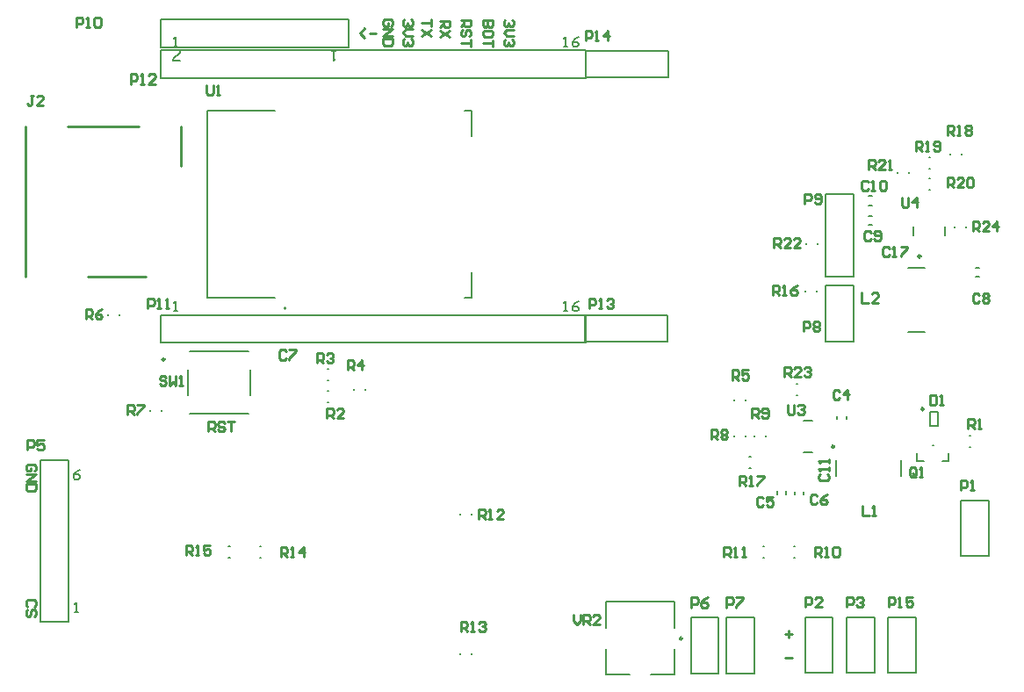
<source format=gto>
G04*
G04 #@! TF.GenerationSoftware,Altium Limited,Altium Designer,23.10.1 (27)*
G04*
G04 Layer_Color=65535*
%FSLAX44Y44*%
%MOMM*%
G71*
G04*
G04 #@! TF.SameCoordinates,312DE8FD-0999-4980-B1F4-3DF31CF03A3F*
G04*
G04*
G04 #@! TF.FilePolarity,Positive*
G04*
G01*
G75*
%ADD10C,0.2500*%
%ADD11C,0.2000*%
%ADD12C,0.2540*%
%ADD13C,0.1270*%
%ADD14C,0.1524*%
D10*
X1468250Y915000D02*
G03*
X1468250Y915000I-1250J0D01*
G01*
X1471100Y767650D02*
G03*
X1471100Y767650I-1250J0D01*
G01*
X1384750Y731500D02*
G03*
X1384750Y731500I-1250J0D01*
G01*
X1238250Y546400D02*
G03*
X1238250Y546400I-1250J0D01*
G01*
X739250Y815500D02*
G03*
X739250Y815500I-1250J0D01*
G01*
D11*
X856100Y865000D02*
G03*
X856100Y865000I-1000J0D01*
G01*
X1448790Y702962D02*
Y718462D01*
X1386790Y702962D02*
Y718462D01*
X1348489Y781396D02*
X1349489D01*
X1348489Y792396D02*
X1349489D01*
X1329978Y685410D02*
Y688410D01*
X1338477Y685410D02*
Y688410D01*
X1456166Y842057D02*
X1471666D01*
X1456166Y904056D02*
X1471666D01*
X932500Y786000D02*
Y787000D01*
X921500Y786000D02*
Y787000D01*
X896000Y806500D02*
X897000D01*
X896000Y795500D02*
X897000D01*
X896000Y774500D02*
X897000D01*
X896000Y785500D02*
X897000D01*
X1144200Y832300D02*
X1224200D01*
Y857700D01*
X1144200D02*
X1224200D01*
X1144200Y832300D02*
Y857700D01*
X735800Y1143450D02*
X916600D01*
Y1116550D02*
Y1143450D01*
X735800Y1116550D02*
X916600D01*
X735800D02*
Y1143450D01*
X1144800Y1086550D02*
Y1113450D01*
X735400D02*
X1144800D01*
X735400Y1086550D02*
Y1113450D01*
Y1086550D02*
X1144800D01*
X1376550Y886900D02*
X1403450D01*
X1376550Y833100D02*
Y886900D01*
Y833100D02*
X1403450D01*
Y886900D01*
X1356500Y881000D02*
Y882000D01*
X1367500Y881000D02*
Y882000D01*
X1368500Y926500D02*
Y927500D01*
X1357500Y926500D02*
Y927500D01*
X1403450Y895400D02*
Y974600D01*
X1376550Y895400D02*
X1403450D01*
X1376550D02*
Y974600D01*
X1403450D01*
X1507500Y1013000D02*
Y1014000D01*
X1496500Y1013000D02*
Y1014000D01*
X1476500Y1010500D02*
X1477500D01*
X1476500Y999500D02*
X1477500D01*
X1511500Y943000D02*
Y944000D01*
X1500500Y943000D02*
Y944000D01*
X1491750Y935250D02*
Y943750D01*
X1461250Y935250D02*
Y943750D01*
X1476499Y990504D02*
X1477499D01*
X1476499Y979504D02*
X1477499D01*
X1445500Y995000D02*
Y996000D01*
X1456500Y995000D02*
Y996000D01*
X1521261Y903969D02*
X1524261D01*
X1521261Y895469D02*
X1524261D01*
X1418000Y945350D02*
X1421000D01*
X1418000Y953850D02*
X1421000D01*
X1418000Y964350D02*
X1421000D01*
X1418000Y972850D02*
X1421000D01*
X1477000Y764750D02*
X1485000D01*
X1477000Y751250D02*
X1485000D01*
X1477000D02*
Y764750D01*
X1485000Y751250D02*
Y764750D01*
X1515000Y742500D02*
X1516000D01*
X1515000Y731500D02*
X1516000D01*
X1495200Y717400D02*
Y725250D01*
X1464800Y717400D02*
X1471250D01*
X1488750D02*
X1495200D01*
X1464800D02*
Y725250D01*
X1479250Y732600D02*
X1480750D01*
X1299500Y776000D02*
Y777000D01*
X1288500Y776000D02*
Y777000D01*
X1299500Y741000D02*
Y742000D01*
X1288500Y741000D02*
Y742000D01*
X1318500Y741000D02*
Y742000D01*
X1307500Y741000D02*
Y742000D01*
X1354750Y756250D02*
X1363250D01*
X1354750Y725750D02*
X1363250D01*
X1387750Y758000D02*
Y761000D01*
X1396250Y758000D02*
Y761000D01*
X1355564Y685204D02*
Y688204D01*
X1347063Y685204D02*
Y688204D01*
X1303000Y721500D02*
X1304000D01*
X1303000Y710500D02*
X1304000D01*
X1316000Y635500D02*
X1317000D01*
X1316000Y624500D02*
X1317000D01*
X1346000Y624500D02*
X1347000D01*
X1346000Y635500D02*
X1347000D01*
X1165000Y581700D02*
X1231000D01*
Y556650D02*
Y581700D01*
Y511800D02*
Y536150D01*
X1165000Y511800D02*
Y536150D01*
Y556650D02*
Y581700D01*
X1208250Y511800D02*
X1231000D01*
X1165000D02*
X1187750D01*
X1035500Y666000D02*
Y667000D01*
X1024500Y666000D02*
Y667000D01*
X831000Y624500D02*
X832000D01*
X831000Y635500D02*
X832000D01*
X801000Y635500D02*
X802000D01*
X801000Y624500D02*
X802000D01*
X736500Y766000D02*
Y767000D01*
X725500Y766000D02*
Y767000D01*
X763750Y823000D02*
X820250D01*
X822000Y780750D02*
Y805250D01*
X763750Y763000D02*
X820250D01*
X762000Y780750D02*
Y805250D01*
X1144900Y831550D02*
Y858450D01*
X735500D02*
X1144900D01*
X735500Y831550D02*
Y858450D01*
Y831550D02*
X1144900D01*
X695500Y858000D02*
Y859000D01*
X684500Y858000D02*
Y859000D01*
X1463450Y513100D02*
Y566900D01*
X1436550Y513100D02*
X1463450D01*
X1436550D02*
Y566900D01*
X1463450D01*
X1224800Y1087300D02*
Y1112700D01*
X1144800Y1087300D02*
X1224800D01*
X1144800D02*
Y1112700D01*
X1224800D01*
X619550Y718400D02*
X646450D01*
X619550Y563000D02*
Y718400D01*
Y563000D02*
X646450D01*
Y718400D01*
X1280550Y512800D02*
Y566600D01*
X1307450D01*
Y512800D02*
Y566600D01*
X1280550Y512800D02*
X1307450D01*
X1273450D02*
Y566600D01*
X1246550Y512800D02*
X1273450D01*
X1246550D02*
Y566600D01*
X1273450D01*
X1423450Y513100D02*
Y566900D01*
X1396550Y513100D02*
X1423450D01*
X1396550D02*
Y566900D01*
X1423450D01*
X1383450Y513100D02*
Y566900D01*
X1356550Y513100D02*
X1383450D01*
X1356550D02*
Y566900D01*
X1383450D01*
X1533450Y625800D02*
Y679600D01*
X1506550Y625800D02*
X1533450D01*
X1506550D02*
Y679600D01*
X1533450D01*
X1024500Y531000D02*
Y532000D01*
X1035500Y531000D02*
Y532000D01*
D12*
X755260Y1002450D02*
Y1040500D01*
X664940Y895500D02*
X720980D01*
X645960Y1040500D02*
X714040D01*
X605260Y895500D02*
Y1040500D01*
X1412080Y674091D02*
Y664696D01*
X1418343D01*
X1421475D02*
X1424606D01*
X1423041D01*
Y674091D01*
X1421475Y672525D01*
X1420007Y938027D02*
X1418441Y939593D01*
X1415310D01*
X1413744Y938027D01*
Y931764D01*
X1415310Y930198D01*
X1418441D01*
X1420007Y931764D01*
X1423139D02*
X1424705Y930198D01*
X1427836D01*
X1429402Y931764D01*
Y938027D01*
X1427836Y939593D01*
X1424705D01*
X1423139Y938027D01*
Y936461D01*
X1424705Y934895D01*
X1429402D01*
X1336850Y798855D02*
Y808250D01*
X1341547D01*
X1343113Y806684D01*
Y803552D01*
X1341547Y801987D01*
X1336850D01*
X1339981D02*
X1343113Y798855D01*
X1352508D02*
X1346245D01*
X1352508Y805118D01*
Y806684D01*
X1350942Y808250D01*
X1347810D01*
X1346245Y806684D01*
X1355639D02*
X1357205Y808250D01*
X1360337D01*
X1361903Y806684D01*
Y805118D01*
X1360337Y803552D01*
X1358771D01*
X1360337D01*
X1361903Y801987D01*
Y800421D01*
X1360337Y798855D01*
X1357205D01*
X1355639Y800421D01*
X1316284Y681620D02*
X1314719Y683186D01*
X1311587D01*
X1310021Y681620D01*
Y675357D01*
X1311587Y673791D01*
X1314719D01*
X1316284Y675357D01*
X1325679Y683186D02*
X1319416D01*
Y678488D01*
X1322548Y680054D01*
X1324114D01*
X1325679Y678488D01*
Y675357D01*
X1324114Y673791D01*
X1320982D01*
X1319416Y675357D01*
X781236Y746076D02*
Y755471D01*
X785934D01*
X787500Y753905D01*
Y750774D01*
X785934Y749208D01*
X781236D01*
X784368D02*
X787500Y746076D01*
X796895Y753905D02*
X795329Y755471D01*
X792197D01*
X790631Y753905D01*
Y752339D01*
X792197Y750774D01*
X795329D01*
X796895Y749208D01*
Y747642D01*
X795329Y746076D01*
X792197D01*
X790631Y747642D01*
X800026Y755471D02*
X806290D01*
X803158D01*
Y746076D01*
X957607Y1137070D02*
X959173Y1138636D01*
Y1141768D01*
X957607Y1143334D01*
X951344D01*
X949778Y1141768D01*
Y1138636D01*
X951344Y1137070D01*
X954476D01*
Y1140202D01*
X949778Y1133939D02*
X959173D01*
X949778Y1127675D01*
X959173D01*
Y1124544D02*
X949778D01*
Y1119846D01*
X951344Y1118280D01*
X957607D01*
X959173Y1119846D01*
Y1124544D01*
X1073922Y1143000D02*
X1075488Y1141434D01*
Y1138303D01*
X1073922Y1136737D01*
X1072356D01*
X1070790Y1138303D01*
Y1139868D01*
Y1138303D01*
X1069224Y1136737D01*
X1067659D01*
X1066093Y1138303D01*
Y1141434D01*
X1067659Y1143000D01*
X1075488Y1133605D02*
X1069224D01*
X1066093Y1130473D01*
X1069224Y1127342D01*
X1075488D01*
X1073922Y1124210D02*
X1075488Y1122644D01*
Y1119513D01*
X1073922Y1117947D01*
X1072356D01*
X1070790Y1119513D01*
Y1121079D01*
Y1119513D01*
X1069224Y1117947D01*
X1067659D01*
X1066093Y1119513D01*
Y1122644D01*
X1067659Y1124210D01*
X1337540Y527540D02*
X1343803D01*
X1337540Y550672D02*
X1343803D01*
X1340672Y553803D02*
Y547540D01*
X613304Y577372D02*
X614870Y578938D01*
Y582070D01*
X613304Y583636D01*
X607041D01*
X605475Y582070D01*
Y578938D01*
X607041Y577372D01*
X613304Y567977D02*
X614870Y569543D01*
Y572675D01*
X613304Y574241D01*
X611739D01*
X610173Y572675D01*
Y569543D01*
X608607Y567977D01*
X607041D01*
X605475Y569543D01*
Y572675D01*
X607041Y574241D01*
X613304Y707896D02*
X614870Y709462D01*
Y712593D01*
X613304Y714159D01*
X607041D01*
X605475Y712593D01*
Y709462D01*
X607041Y707896D01*
X610173D01*
Y711028D01*
X605475Y704764D02*
X614870D01*
X605475Y698501D01*
X614870D01*
Y695369D02*
X605475D01*
Y690672D01*
X607041Y689106D01*
X613304D01*
X614870Y690672D01*
Y695369D01*
X932237Y1125540D02*
X927540Y1130238D01*
X932237Y1134935D01*
X936935Y1130238D02*
X943198D01*
X976527Y1143334D02*
X978093Y1141768D01*
Y1138636D01*
X976527Y1137070D01*
X974961D01*
X973395Y1138636D01*
Y1140202D01*
Y1138636D01*
X971829Y1137070D01*
X970264D01*
X968698Y1138636D01*
Y1141768D01*
X970264Y1143334D01*
X978093Y1133939D02*
X971829D01*
X968698Y1130807D01*
X971829Y1127675D01*
X978093D01*
X976527Y1124544D02*
X978093Y1122978D01*
Y1119846D01*
X976527Y1118280D01*
X974961D01*
X973395Y1119846D01*
Y1121412D01*
Y1119846D01*
X971829Y1118280D01*
X970264D01*
X968698Y1119846D01*
Y1122978D01*
X970264Y1124544D01*
X995899Y1143055D02*
Y1136792D01*
Y1139924D01*
X986504D01*
X995899Y1133660D02*
X986504Y1127397D01*
X995899D02*
X986504Y1133660D01*
X1004867Y1141942D02*
X1014262D01*
Y1137245D01*
X1012696Y1135679D01*
X1009565D01*
X1007999Y1137245D01*
Y1141942D01*
Y1138811D02*
X1004867Y1135679D01*
X1014262Y1132548D02*
X1004867Y1126284D01*
X1014262D02*
X1004867Y1132548D01*
X1055264Y1142237D02*
X1045869D01*
Y1137540D01*
X1047434Y1135974D01*
X1049000D01*
X1050566Y1137540D01*
Y1142237D01*
Y1137540D01*
X1052132Y1135974D01*
X1053698D01*
X1055264Y1137540D01*
Y1142237D01*
Y1128145D02*
Y1131276D01*
X1053698Y1132842D01*
X1047434D01*
X1045869Y1131276D01*
Y1128145D01*
X1047434Y1126579D01*
X1053698D01*
X1055264Y1128145D01*
Y1123447D02*
Y1117184D01*
Y1120315D01*
X1045869D01*
X1024690Y1142618D02*
X1034085D01*
Y1137921D01*
X1032520Y1136355D01*
X1029388D01*
X1027822Y1137921D01*
Y1142618D01*
Y1139487D02*
X1024690Y1136355D01*
X1032520Y1126960D02*
X1034085Y1128526D01*
Y1131658D01*
X1032520Y1133223D01*
X1030954D01*
X1029388Y1131658D01*
Y1128526D01*
X1027822Y1126960D01*
X1026256D01*
X1024690Y1128526D01*
Y1131658D01*
X1026256Y1133223D01*
X1034085Y1123829D02*
Y1117565D01*
Y1120697D01*
X1024690D01*
X1518286Y939179D02*
Y948574D01*
X1522983D01*
X1524549Y947008D01*
Y943876D01*
X1522983Y942310D01*
X1518286D01*
X1521417D02*
X1524549Y939179D01*
X1533944D02*
X1527681D01*
X1533944Y945442D01*
Y947008D01*
X1532378Y948574D01*
X1529246D01*
X1527681Y947008D01*
X1541773Y939179D02*
Y948574D01*
X1537076Y943876D01*
X1543339D01*
X1411413Y879767D02*
Y870372D01*
X1417676D01*
X1427071D02*
X1420808D01*
X1427071Y876635D01*
Y878201D01*
X1425506Y879767D01*
X1422374D01*
X1420808Y878201D01*
X1417647Y986457D02*
X1416081Y988023D01*
X1412949D01*
X1411383Y986457D01*
Y980194D01*
X1412949Y978628D01*
X1416081D01*
X1417647Y980194D01*
X1420778Y978628D02*
X1423910D01*
X1422344D01*
Y988023D01*
X1420778Y986457D01*
X1428607D02*
X1430173Y988023D01*
X1433305D01*
X1434871Y986457D01*
Y980194D01*
X1433305Y978628D01*
X1430173D01*
X1428607Y980194D01*
Y986457D01*
X1368250Y683699D02*
X1366685Y685264D01*
X1363553D01*
X1361987Y683699D01*
Y677435D01*
X1363553Y675869D01*
X1366685D01*
X1368250Y677435D01*
X1377645Y685264D02*
X1374514Y683699D01*
X1371382Y680567D01*
Y677435D01*
X1372948Y675869D01*
X1376079D01*
X1377645Y677435D01*
Y679001D01*
X1376079Y680567D01*
X1371382D01*
X1389993Y784707D02*
X1388427Y786273D01*
X1385296D01*
X1383730Y784707D01*
Y778444D01*
X1385296Y776878D01*
X1388427D01*
X1389993Y778444D01*
X1397822Y776878D02*
Y786273D01*
X1393125Y781575D01*
X1399388D01*
X1524638Y877942D02*
X1523072Y879508D01*
X1519940D01*
X1518374Y877942D01*
Y871678D01*
X1519940Y870113D01*
X1523072D01*
X1524638Y871678D01*
X1527769Y877942D02*
X1529335Y879508D01*
X1532467D01*
X1534033Y877942D01*
Y876376D01*
X1532467Y874810D01*
X1534033Y873244D01*
Y871678D01*
X1532467Y870113D01*
X1529335D01*
X1527769Y871678D01*
Y873244D01*
X1529335Y874810D01*
X1527769Y876376D01*
Y877942D01*
X1529335Y874810D02*
X1532467D01*
X1305485Y759060D02*
Y768455D01*
X1310182D01*
X1311748Y766889D01*
Y763757D01*
X1310182Y762191D01*
X1305485D01*
X1308616D02*
X1311748Y759060D01*
X1314879Y760626D02*
X1316445Y759060D01*
X1319577D01*
X1321143Y760626D01*
Y766889D01*
X1319577Y768455D01*
X1316445D01*
X1314879Y766889D01*
Y765323D01*
X1316445Y763757D01*
X1321143D01*
X1265975Y738530D02*
Y747925D01*
X1270672D01*
X1272238Y746359D01*
Y743227D01*
X1270672Y741662D01*
X1265975D01*
X1269106D02*
X1272238Y738530D01*
X1275369Y746359D02*
X1276935Y747925D01*
X1280067D01*
X1281633Y746359D01*
Y744793D01*
X1280067Y743227D01*
X1281633Y741662D01*
Y740096D01*
X1280067Y738530D01*
X1276935D01*
X1275369Y740096D01*
Y741662D01*
X1276935Y743227D01*
X1275369Y744793D01*
Y746359D01*
X1276935Y743227D02*
X1280067D01*
X1326740Y923297D02*
Y932692D01*
X1331437D01*
X1333003Y931126D01*
Y927995D01*
X1331437Y926429D01*
X1326740D01*
X1329871D02*
X1333003Y923297D01*
X1342398D02*
X1336135D01*
X1342398Y929560D01*
Y931126D01*
X1340832Y932692D01*
X1337700D01*
X1336135Y931126D01*
X1351793Y923297D02*
X1345529D01*
X1351793Y929560D01*
Y931126D01*
X1350227Y932692D01*
X1347095D01*
X1345529Y931126D01*
X1449967Y971815D02*
Y963986D01*
X1451533Y962420D01*
X1454665D01*
X1456230Y963986D01*
Y971815D01*
X1464059Y962420D02*
Y971815D01*
X1459362Y967117D01*
X1465625D01*
X1418123Y998829D02*
Y1008224D01*
X1422820D01*
X1424386Y1006658D01*
Y1003527D01*
X1422820Y1001961D01*
X1418123D01*
X1421254D02*
X1424386Y998829D01*
X1433781D02*
X1427518D01*
X1433781Y1005092D01*
Y1006658D01*
X1432215Y1008224D01*
X1429084D01*
X1427518Y1006658D01*
X1436913Y998829D02*
X1440044D01*
X1438479D01*
Y1008224D01*
X1436913Y1006658D01*
X1493689Y981400D02*
Y990795D01*
X1498386D01*
X1499952Y989229D01*
Y986097D01*
X1498386Y984532D01*
X1493689D01*
X1496820D02*
X1499952Y981400D01*
X1509347D02*
X1503084D01*
X1509347Y987663D01*
Y989229D01*
X1507781Y990795D01*
X1504650D01*
X1503084Y989229D01*
X1512479D02*
X1514044Y990795D01*
X1517176D01*
X1518742Y989229D01*
Y982966D01*
X1517176Y981400D01*
X1514044D01*
X1512479Y982966D01*
Y989229D01*
X1463290Y1016456D02*
Y1025850D01*
X1467987D01*
X1469553Y1024285D01*
Y1021153D01*
X1467987Y1019587D01*
X1463290D01*
X1466421D02*
X1469553Y1016456D01*
X1472685D02*
X1475816D01*
X1474250D01*
Y1025850D01*
X1472685Y1024285D01*
X1480514Y1018021D02*
X1482080Y1016456D01*
X1485211D01*
X1486777Y1018021D01*
Y1024285D01*
X1485211Y1025850D01*
X1482080D01*
X1480514Y1024285D01*
Y1022719D01*
X1482080Y1021153D01*
X1486777D01*
X1493697Y1031950D02*
Y1041345D01*
X1498394D01*
X1499960Y1039779D01*
Y1036647D01*
X1498394Y1035081D01*
X1493697D01*
X1496829D02*
X1499960Y1031950D01*
X1503092D02*
X1506223D01*
X1504658D01*
Y1041345D01*
X1503092Y1039779D01*
X1510921D02*
X1512487Y1041345D01*
X1515618D01*
X1517184Y1039779D01*
Y1038213D01*
X1515618Y1036647D01*
X1517184Y1035081D01*
Y1033515D01*
X1515618Y1031950D01*
X1512487D01*
X1510921Y1033515D01*
Y1035081D01*
X1512487Y1036647D01*
X1510921Y1038213D01*
Y1039779D01*
X1512487Y1036647D02*
X1515618D01*
X1286311Y795858D02*
Y805253D01*
X1291008D01*
X1292574Y803687D01*
Y800556D01*
X1291008Y798990D01*
X1286311D01*
X1289442D02*
X1292574Y795858D01*
X1301969Y805253D02*
X1295706D01*
Y800556D01*
X1298837Y802122D01*
X1300403D01*
X1301969Y800556D01*
Y797424D01*
X1300403Y795858D01*
X1297271D01*
X1295706Y797424D01*
X1436878Y576834D02*
Y586229D01*
X1441575D01*
X1443141Y584663D01*
Y581531D01*
X1441575Y579966D01*
X1436878D01*
X1446273Y576834D02*
X1449405D01*
X1447839D01*
Y586229D01*
X1446273Y584663D01*
X1460365Y586229D02*
X1454102D01*
Y581531D01*
X1457234Y583097D01*
X1458800D01*
X1460365Y581531D01*
Y578400D01*
X1458800Y576834D01*
X1455668D01*
X1454102Y578400D01*
X1437847Y922747D02*
X1436282Y924313D01*
X1433150D01*
X1431584Y922747D01*
Y916483D01*
X1433150Y914918D01*
X1436282D01*
X1437847Y916483D01*
X1440979Y914918D02*
X1444111D01*
X1442545D01*
Y924313D01*
X1440979Y922747D01*
X1448808Y924313D02*
X1455072D01*
Y922747D01*
X1448808Y916483D01*
Y914918D01*
X1371534Y705060D02*
X1369969Y703494D01*
Y700363D01*
X1371534Y698797D01*
X1377798D01*
X1379364Y700363D01*
Y703494D01*
X1377798Y705060D01*
X1379364Y708192D02*
Y711323D01*
Y709758D01*
X1369969D01*
X1371534Y708192D01*
X1379364Y716021D02*
Y719153D01*
Y717587D01*
X1369969D01*
X1371534Y716021D01*
X1133451Y569355D02*
Y563092D01*
X1136582Y559961D01*
X1139714Y563092D01*
Y569355D01*
X1142846Y559961D02*
Y569355D01*
X1147543D01*
X1149109Y567790D01*
Y564658D01*
X1147543Y563092D01*
X1142846D01*
X1145977D02*
X1149109Y559961D01*
X1158504D02*
X1152241D01*
X1158504Y566224D01*
Y567790D01*
X1156938Y569355D01*
X1153807D01*
X1152241Y567790D01*
X1339959Y772134D02*
Y764305D01*
X1341525Y762739D01*
X1344657D01*
X1346222Y764305D01*
Y772134D01*
X1349354Y770569D02*
X1350920Y772134D01*
X1354051D01*
X1355617Y770569D01*
Y769003D01*
X1354051Y767437D01*
X1352486D01*
X1354051D01*
X1355617Y765871D01*
Y764305D01*
X1354051Y762739D01*
X1350920D01*
X1349354Y764305D01*
X779780Y1079751D02*
Y1071922D01*
X781346Y1070356D01*
X784477D01*
X786043Y1071922D01*
Y1079751D01*
X789175Y1070356D02*
X792307D01*
X790741D01*
Y1079751D01*
X789175Y1078185D01*
X740610Y798182D02*
X739044Y799748D01*
X735912D01*
X734347Y798182D01*
Y796617D01*
X735912Y795051D01*
X739044D01*
X740610Y793485D01*
Y791919D01*
X739044Y790353D01*
X735912D01*
X734347Y791919D01*
X743742Y799748D02*
Y790353D01*
X746873Y793485D01*
X750005Y790353D01*
Y799748D01*
X753137Y790353D02*
X756268D01*
X754702D01*
Y799748D01*
X753137Y798182D01*
X1293436Y693984D02*
Y703379D01*
X1298133D01*
X1299699Y701814D01*
Y698682D01*
X1298133Y697116D01*
X1293436D01*
X1296567D02*
X1299699Y693984D01*
X1302831D02*
X1305962D01*
X1304396D01*
Y703379D01*
X1302831Y701814D01*
X1310660Y703379D02*
X1316923D01*
Y701814D01*
X1310660Y695550D01*
Y693984D01*
X1325586Y877783D02*
Y887178D01*
X1330283D01*
X1331849Y885612D01*
Y882481D01*
X1330283Y880915D01*
X1325586D01*
X1328717D02*
X1331849Y877783D01*
X1334981D02*
X1338112D01*
X1336547D01*
Y887178D01*
X1334981Y885612D01*
X1349073Y887178D02*
X1345942Y885612D01*
X1342810Y882481D01*
Y879349D01*
X1344376Y877783D01*
X1347507D01*
X1349073Y879349D01*
Y880915D01*
X1347507Y882481D01*
X1342810D01*
X759702Y626843D02*
Y636238D01*
X764400D01*
X765966Y634672D01*
Y631541D01*
X764400Y629975D01*
X759702D01*
X762834D02*
X765966Y626843D01*
X769097D02*
X772229D01*
X770663D01*
Y636238D01*
X769097Y634672D01*
X783190Y636238D02*
X776926D01*
Y631541D01*
X780058Y633106D01*
X781624D01*
X783190Y631541D01*
Y628409D01*
X781624Y626843D01*
X778492D01*
X776926Y628409D01*
X851093Y625126D02*
Y634521D01*
X855790D01*
X857356Y632955D01*
Y629823D01*
X855790Y628257D01*
X851093D01*
X854224D02*
X857356Y625126D01*
X860488D02*
X863619D01*
X862054D01*
Y634521D01*
X860488Y632955D01*
X873014Y625126D02*
Y634521D01*
X868317Y629823D01*
X874580D01*
X1024890Y553466D02*
Y562861D01*
X1029587D01*
X1031153Y561295D01*
Y558163D01*
X1029587Y556598D01*
X1024890D01*
X1028022D02*
X1031153Y553466D01*
X1034285D02*
X1037417D01*
X1035851D01*
Y562861D01*
X1034285Y561295D01*
X1042114D02*
X1043680Y562861D01*
X1046812D01*
X1048377Y561295D01*
Y559729D01*
X1046812Y558163D01*
X1045246D01*
X1046812D01*
X1048377Y556598D01*
Y555032D01*
X1046812Y553466D01*
X1043680D01*
X1042114Y555032D01*
X1042237Y661834D02*
Y671229D01*
X1046935D01*
X1048501Y669663D01*
Y666532D01*
X1046935Y664966D01*
X1042237D01*
X1045369D02*
X1048501Y661834D01*
X1051633D02*
X1054764D01*
X1053198D01*
Y671229D01*
X1051633Y669663D01*
X1065725Y661834D02*
X1059462D01*
X1065725Y668098D01*
Y669663D01*
X1064159Y671229D01*
X1061028D01*
X1059462Y669663D01*
X1278539Y625036D02*
Y634431D01*
X1283236D01*
X1284802Y632865D01*
Y629733D01*
X1283236Y628167D01*
X1278539D01*
X1281671D02*
X1284802Y625036D01*
X1287934D02*
X1291066D01*
X1289500D01*
Y634431D01*
X1287934Y632865D01*
X1295763Y625036D02*
X1298895D01*
X1297329D01*
Y634431D01*
X1295763Y632865D01*
X1366064Y625617D02*
Y635012D01*
X1370762D01*
X1372328Y633446D01*
Y630314D01*
X1370762Y628748D01*
X1366064D01*
X1369196D02*
X1372328Y625617D01*
X1375459D02*
X1378591D01*
X1377025D01*
Y635012D01*
X1375459Y633446D01*
X1383288D02*
X1384854Y635012D01*
X1387986D01*
X1389552Y633446D01*
Y627183D01*
X1387986Y625617D01*
X1384854D01*
X1383288Y627183D01*
Y633446D01*
X703326Y762306D02*
Y771701D01*
X708024D01*
X709589Y770135D01*
Y767004D01*
X708024Y765438D01*
X703326D01*
X706458D02*
X709589Y762306D01*
X712721Y771701D02*
X718984D01*
Y770135D01*
X712721Y763872D01*
Y762306D01*
X663069Y854460D02*
Y863855D01*
X667766D01*
X669332Y862289D01*
Y859157D01*
X667766Y857592D01*
X663069D01*
X666200D02*
X669332Y854460D01*
X678727Y863855D02*
X675595Y862289D01*
X672464Y859157D01*
Y856026D01*
X674030Y854460D01*
X677161D01*
X678727Y856026D01*
Y857592D01*
X677161Y859157D01*
X672464D01*
X915586Y805328D02*
Y814723D01*
X920283D01*
X921849Y813157D01*
Y810026D01*
X920283Y808460D01*
X915586D01*
X918717D02*
X921849Y805328D01*
X929678D02*
Y814723D01*
X924981Y810026D01*
X931244D01*
X886100Y812196D02*
Y821591D01*
X890798D01*
X892363Y820025D01*
Y816894D01*
X890798Y815328D01*
X886100D01*
X889232D02*
X892363Y812196D01*
X895495Y820025D02*
X897061Y821591D01*
X900192D01*
X901758Y820025D01*
Y818460D01*
X900192Y816894D01*
X898627D01*
X900192D01*
X901758Y815328D01*
Y813762D01*
X900192Y812196D01*
X897061D01*
X895495Y813762D01*
X895810Y758672D02*
Y768067D01*
X900508D01*
X902074Y766501D01*
Y763370D01*
X900508Y761804D01*
X895810D01*
X898942D02*
X902074Y758672D01*
X911469D02*
X905205D01*
X911469Y764935D01*
Y766501D01*
X909903Y768067D01*
X906771D01*
X905205Y766501D01*
X1513897Y748988D02*
Y758383D01*
X1518594D01*
X1520160Y756818D01*
Y753686D01*
X1518594Y752120D01*
X1513897D01*
X1517028D02*
X1520160Y748988D01*
X1523292D02*
X1526423D01*
X1524857D01*
Y758383D01*
X1523292Y756818D01*
X1463607Y703878D02*
Y710142D01*
X1462041Y711707D01*
X1458909D01*
X1457343Y710142D01*
Y703878D01*
X1458909Y702312D01*
X1462041D01*
X1460475Y705444D02*
X1463607Y702312D01*
X1462041D02*
X1463607Y703878D01*
X1466738Y702312D02*
X1469870D01*
X1468304D01*
Y711707D01*
X1466738Y710142D01*
X1144778Y1122934D02*
Y1132329D01*
X1149475D01*
X1151041Y1130763D01*
Y1127632D01*
X1149475Y1126066D01*
X1144778D01*
X1154173Y1122934D02*
X1157305D01*
X1155739D01*
Y1132329D01*
X1154173Y1130763D01*
X1166700Y1122934D02*
Y1132329D01*
X1162002Y1127632D01*
X1168265D01*
X1148328Y864817D02*
Y874212D01*
X1153025D01*
X1154591Y872646D01*
Y869514D01*
X1153025Y867949D01*
X1148328D01*
X1157723Y864817D02*
X1160854D01*
X1159289D01*
Y874212D01*
X1157723Y872646D01*
X1165552D02*
X1167118Y874212D01*
X1170249D01*
X1171815Y872646D01*
Y871080D01*
X1170249Y869514D01*
X1168684D01*
X1170249D01*
X1171815Y867949D01*
Y866383D01*
X1170249Y864817D01*
X1167118D01*
X1165552Y866383D01*
X706495Y1081153D02*
Y1090548D01*
X711192D01*
X712758Y1088982D01*
Y1085850D01*
X711192Y1084285D01*
X706495D01*
X715890Y1081153D02*
X719022D01*
X717456D01*
Y1090548D01*
X715890Y1088982D01*
X729982Y1081153D02*
X723719D01*
X729982Y1087416D01*
Y1088982D01*
X728417Y1090548D01*
X725285D01*
X723719Y1088982D01*
X722919Y864572D02*
Y873967D01*
X727617D01*
X729182Y872401D01*
Y869269D01*
X727617Y867704D01*
X722919D01*
X732314Y864572D02*
X735446D01*
X733880D01*
Y873967D01*
X732314Y872401D01*
X740143Y864572D02*
X743275D01*
X741709D01*
Y873967D01*
X740143Y872401D01*
X654162Y1136077D02*
Y1145472D01*
X658859D01*
X660425Y1143906D01*
Y1140774D01*
X658859Y1139208D01*
X654162D01*
X663557Y1136077D02*
X666689D01*
X665123D01*
Y1145472D01*
X663557Y1143906D01*
X671386D02*
X672952Y1145472D01*
X676083D01*
X677649Y1143906D01*
Y1137643D01*
X676083Y1136077D01*
X672952D01*
X671386Y1137643D01*
Y1143906D01*
X1356421Y965712D02*
Y975107D01*
X1361119D01*
X1362685Y973541D01*
Y970410D01*
X1361119Y968844D01*
X1356421D01*
X1365816Y967278D02*
X1367382Y965712D01*
X1370514D01*
X1372080Y967278D01*
Y973541D01*
X1370514Y975107D01*
X1367382D01*
X1365816Y973541D01*
Y971976D01*
X1367382Y970410D01*
X1372080D01*
X1355066Y842728D02*
Y852123D01*
X1359763D01*
X1361329Y850557D01*
Y847425D01*
X1359763Y845860D01*
X1355066D01*
X1364460Y850557D02*
X1366026Y852123D01*
X1369158D01*
X1370724Y850557D01*
Y848991D01*
X1369158Y847425D01*
X1370724Y845860D01*
Y844294D01*
X1369158Y842728D01*
X1366026D01*
X1364460Y844294D01*
Y845860D01*
X1366026Y847425D01*
X1364460Y848991D01*
Y850557D01*
X1366026Y847425D02*
X1369158D01*
X1280922Y576580D02*
Y585975D01*
X1285620D01*
X1287185Y584409D01*
Y581278D01*
X1285620Y579712D01*
X1280922D01*
X1290317Y585975D02*
X1296580D01*
Y584409D01*
X1290317Y578146D01*
Y576580D01*
X1246886D02*
Y585975D01*
X1251583D01*
X1253149Y584409D01*
Y581278D01*
X1251583Y579712D01*
X1246886D01*
X1262544Y585975D02*
X1259413Y584409D01*
X1256281Y581278D01*
Y578146D01*
X1257847Y576580D01*
X1260978D01*
X1262544Y578146D01*
Y579712D01*
X1260978Y581278D01*
X1256281D01*
X606806Y728218D02*
Y737613D01*
X611503D01*
X613069Y736047D01*
Y732915D01*
X611503Y731350D01*
X606806D01*
X622464Y737613D02*
X616201D01*
Y732915D01*
X619333Y734481D01*
X620898D01*
X622464Y732915D01*
Y729784D01*
X620898Y728218D01*
X617767D01*
X616201Y729784D01*
X1396746Y576834D02*
Y586229D01*
X1401443D01*
X1403009Y584663D01*
Y581531D01*
X1401443Y579966D01*
X1396746D01*
X1406141Y584663D02*
X1407707Y586229D01*
X1410838D01*
X1412404Y584663D01*
Y583097D01*
X1410838Y581531D01*
X1409273D01*
X1410838D01*
X1412404Y579966D01*
Y578400D01*
X1410838Y576834D01*
X1407707D01*
X1406141Y578400D01*
X1356868Y576834D02*
Y586229D01*
X1361566D01*
X1363131Y584663D01*
Y581531D01*
X1361566Y579966D01*
X1356868D01*
X1372526Y576834D02*
X1366263D01*
X1372526Y583097D01*
Y584663D01*
X1370960Y586229D01*
X1367829D01*
X1366263Y584663D01*
X1506728Y689356D02*
Y698751D01*
X1511425D01*
X1512991Y697185D01*
Y694053D01*
X1511425Y692488D01*
X1506728D01*
X1516123Y689356D02*
X1519255D01*
X1517689D01*
Y698751D01*
X1516123Y697185D01*
X612815Y1070099D02*
X609684D01*
X611250D01*
Y1062270D01*
X609684Y1060704D01*
X608118D01*
X606552Y1062270D01*
X622210Y1060704D02*
X615947D01*
X622210Y1066967D01*
Y1068533D01*
X620644Y1070099D01*
X617513D01*
X615947Y1068533D01*
X1477098Y781431D02*
Y772036D01*
X1481796D01*
X1483362Y773602D01*
Y779865D01*
X1481796Y781431D01*
X1477098D01*
X1486493Y772036D02*
X1489625D01*
X1488059D01*
Y781431D01*
X1486493Y779865D01*
X856147Y823169D02*
X854582Y824735D01*
X851450D01*
X849884Y823169D01*
Y816906D01*
X851450Y815340D01*
X854582D01*
X856147Y816906D01*
X859279Y824735D02*
X865542D01*
Y823169D01*
X859279Y816906D01*
Y815340D01*
D13*
X780100Y1055000D02*
X845100D01*
X780100Y875000D02*
Y1055000D01*
Y875000D02*
X845100D01*
X1028600Y1055000D02*
X1035100D01*
Y1030500D02*
Y1055000D01*
Y875000D02*
Y899500D01*
X1028600Y875000D02*
X1035100D01*
D14*
X753800Y1103605D02*
X747537D01*
Y1105171D01*
X753800Y1111434D01*
Y1113000D01*
X903600D02*
X900468D01*
X902034D01*
Y1103605D01*
X903600Y1105171D01*
X1124300Y1117000D02*
X1127432D01*
X1125866D01*
Y1126395D01*
X1124300Y1124829D01*
X1138392Y1126395D02*
X1135261Y1124829D01*
X1132129Y1121697D01*
Y1118566D01*
X1133695Y1117000D01*
X1136827D01*
X1138392Y1118566D01*
Y1120132D01*
X1136827Y1121697D01*
X1132129D01*
X748400Y1117000D02*
X751532D01*
X749966D01*
Y1126395D01*
X748400Y1124829D01*
X1124400Y862000D02*
X1127532D01*
X1125966D01*
Y871395D01*
X1124400Y869829D01*
X1138492Y871395D02*
X1135361Y869829D01*
X1132229Y866697D01*
Y863566D01*
X1133795Y862000D01*
X1136927D01*
X1138492Y863566D01*
Y865132D01*
X1136927Y866697D01*
X1132229D01*
X748500Y862000D02*
X751632D01*
X750066D01*
Y871395D01*
X748500Y869829D01*
X657541Y709175D02*
X654409Y707609D01*
X651277Y704477D01*
Y701346D01*
X652843Y699780D01*
X655975D01*
X657541Y701346D01*
Y702912D01*
X655975Y704477D01*
X651277D01*
X652620Y571942D02*
X655752D01*
X654186D01*
Y581337D01*
X652620Y579771D01*
M02*

</source>
